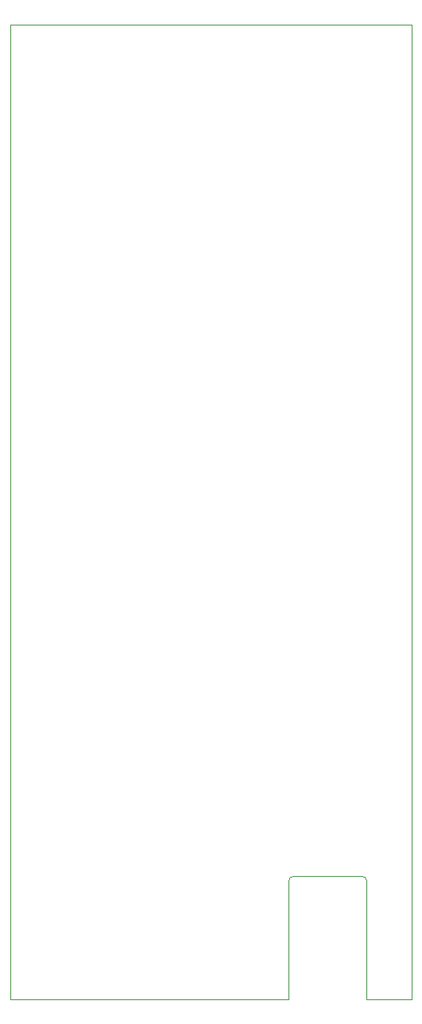
<source format=gm1>
%TF.GenerationSoftware,KiCad,Pcbnew,9.0.2-9.0.2-0~ubuntu25.04.1*%
%TF.CreationDate,2025-05-27T06:35:42+10:00*%
%TF.ProjectId,uq_phone,75715f70-686f-46e6-952e-6b696361645f,rev?*%
%TF.SameCoordinates,Original*%
%TF.FileFunction,Profile,NP*%
%FSLAX46Y46*%
G04 Gerber Fmt 4.6, Leading zero omitted, Abs format (unit mm)*
G04 Created by KiCad (PCBNEW 9.0.2-9.0.2-0~ubuntu25.04.1) date 2025-05-27 06:35:42*
%MOMM*%
%LPD*%
G01*
G04 APERTURE LIST*
%TA.AperFunction,Profile*%
%ADD10C,0.050000*%
%TD*%
G04 APERTURE END LIST*
D10*
X70125000Y-172000000D02*
X70125000Y-68250000D01*
X27375000Y-68250000D02*
X27375000Y-172000000D01*
X70125000Y-172000000D02*
X67350000Y-172000000D01*
X70125000Y-68250000D02*
X27375000Y-68250000D01*
X55200000Y-172000000D02*
X27375000Y-172000000D01*
%TO.C,J10*%
X57050000Y-172000000D02*
X55200000Y-172000000D01*
X57050000Y-172000000D02*
X57050000Y-159400000D01*
X57550000Y-158900000D02*
X64850000Y-158900000D01*
X65350000Y-172000000D02*
X65350000Y-159400000D01*
X67350000Y-172000000D02*
X65350000Y-172000000D01*
X57050000Y-159400000D02*
G75*
G02*
X57550000Y-158900000I500000J0D01*
G01*
X64850000Y-158900000D02*
G75*
G02*
X65350000Y-159400000I-1J-500001D01*
G01*
%TD*%
M02*

</source>
